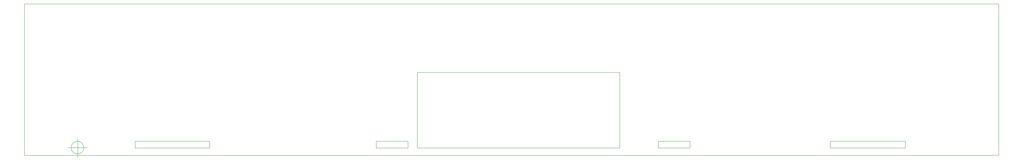
<source format=gbr>
G04 #@! TF.GenerationSoftware,KiCad,Pcbnew,(5.1.4-0-10_14)*
G04 #@! TF.CreationDate,2019-11-23T21:51:22+01:00*
G04 #@! TF.ProjectId,FRONT_PANEL,46524f4e-545f-4504-914e-454c2e6b6963,rev?*
G04 #@! TF.SameCoordinates,Original*
G04 #@! TF.FileFunction,Profile,NP*
%FSLAX46Y46*%
G04 Gerber Fmt 4.6, Leading zero omitted, Abs format (unit mm)*
G04 Created by KiCad (PCBNEW (5.1.4-0-10_14)) date 2019-11-23 21:51:22*
%MOMM*%
%LPD*%
G04 APERTURE LIST*
%ADD10C,0.050000*%
G04 APERTURE END LIST*
D10*
X35666666Y-58000000D02*
G75*
G03X35666666Y-58000000I-1666666J0D01*
G01*
X31500000Y-58000000D02*
X36500000Y-58000000D01*
X34000000Y-55500000D02*
X34000000Y-60500000D01*
X123600000Y-38100000D02*
X177000000Y-38100000D01*
X123600000Y-58100000D02*
X123600000Y-38100000D01*
X177000000Y-58100000D02*
X177000000Y-38100000D01*
X123600000Y-58100000D02*
X177000000Y-58100000D01*
X232600000Y-56300000D02*
X232600000Y-58100000D01*
X252400000Y-56300000D02*
X232600000Y-56300000D01*
X252400000Y-58100000D02*
X252400000Y-56300000D01*
X232600000Y-58100000D02*
X252400000Y-58100000D01*
X187200000Y-58100000D02*
X187200000Y-56300000D01*
X195600000Y-58100000D02*
X187200000Y-58100000D01*
X195600000Y-56300000D02*
X195600000Y-58100000D01*
X187200000Y-56300000D02*
X195600000Y-56300000D01*
X112800000Y-58100000D02*
X112800000Y-56300000D01*
X121200000Y-58100000D02*
X112800000Y-58100000D01*
X121200000Y-56300000D02*
X121200000Y-58100000D01*
X112800000Y-56300000D02*
X121200000Y-56300000D01*
X68800000Y-56300000D02*
X68800000Y-58100000D01*
X49200000Y-56300000D02*
X68800000Y-56300000D01*
X49200000Y-58100000D02*
X49200000Y-56300000D01*
X49200000Y-58100000D02*
X68800000Y-58100000D01*
X277000000Y-60000000D02*
X20000000Y-60000000D01*
X277000000Y-20000000D02*
X277000000Y-60000000D01*
X20000000Y-20000000D02*
X20000000Y-60000000D01*
X20000000Y-20000000D02*
X277000000Y-20000000D01*
M02*

</source>
